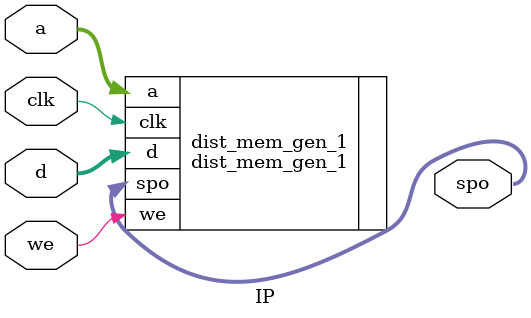
<source format=v>
`timescale 1ns / 1ps


module IP(
    input [5:0] a,
    input [15:0] d,
    input clk,
    input we,
    output [15:0] spo
    );
dist_mem_gen_1 dist_mem_gen_1(
    .a(a),
    .d(d),
    .clk(clk),
    .we(we),
    .spo(spo)
);
endmodule

</source>
